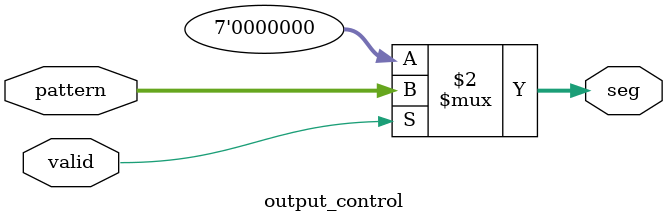
<source format=v>
module bcd_to_7seg(
    input [3:0] bcd,
    output [6:0] seg
);

    // Internal signals
    wire [6:0] seg_pattern;
    wire valid_bcd;
    
    // BCD validation module
    bcd_validator bcd_valid_inst(
        .bcd(bcd),
        .valid(valid_bcd)
    );
    
    // Pattern decoder module  
    pattern_decoder pattern_dec_inst(
        .bcd(bcd),
        .pattern(seg_pattern)
    );
    
    // Output control module
    output_control output_ctrl_inst(
        .pattern(seg_pattern),
        .valid(valid_bcd),
        .seg(seg)
    );

endmodule

// BCD validation module
module bcd_validator(
    input [3:0] bcd,
    output reg valid
);
    // BCD range validation logic
    always @(*) begin
        valid = (bcd <= 4'd9);
    end
endmodule

// Pattern decoder module
module pattern_decoder(
    input [3:0] bcd,
    output reg [6:0] pattern
);
    // Segment A control
    always @(*) begin
        case(bcd)
            4'd0, 4'd2, 4'd3, 4'd5, 4'd6, 4'd7, 4'd8, 4'd9: pattern[6] = 1'b0;
            4'd1, 4'd4: pattern[6] = 1'b1;
            default: pattern[6] = 1'b0;
        endcase
    end

    // Segment B control
    always @(*) begin
        case(bcd)
            4'd0, 4'd1, 4'd2, 4'd3, 4'd4, 4'd7, 4'd8, 4'd9: pattern[5] = 1'b0;
            4'd5, 4'd6: pattern[5] = 1'b1;
            default: pattern[5] = 1'b0;
        endcase
    end

    // Segment C control
    always @(*) begin
        case(bcd)
            4'd0, 4'd1, 4'd3, 4'd4, 4'd5, 4'd6, 4'd7, 4'd8, 4'd9: pattern[4] = 1'b0;
            4'd2: pattern[4] = 1'b1;
            default: pattern[4] = 1'b0;
        endcase
    end

    // Segment D control
    always @(*) begin
        case(bcd)
            4'd0, 4'd2, 4'd3, 4'd5, 4'd6, 4'd8, 4'd9: pattern[3] = 1'b0;
            4'd1, 4'd4, 4'd7: pattern[3] = 1'b1;
            default: pattern[3] = 1'b0;
        endcase
    end

    // Segment E control
    always @(*) begin
        case(bcd)
            4'd0, 4'd2, 4'd6, 4'd8: pattern[2] = 1'b0;
            4'd1, 4'd3, 4'd4, 4'd5, 4'd7, 4'd9: pattern[2] = 1'b1;
            default: pattern[2] = 1'b0;
        endcase
    end

    // Segment F control
    always @(*) begin
        case(bcd)
            4'd0, 4'd4, 4'd5, 4'd6, 4'd8, 4'd9: pattern[1] = 1'b0;
            4'd1, 4'd2, 4'd3, 4'd7: pattern[1] = 1'b1;
            default: pattern[1] = 1'b0;
        endcase
    end

    // Segment G control
    always @(*) begin
        case(bcd)
            4'd0, 4'd1, 4'd7: pattern[0] = 1'b0;
            4'd2, 4'd3, 4'd4, 4'd5, 4'd6, 4'd8, 4'd9: pattern[0] = 1'b1;
            default: pattern[0] = 1'b0;
        endcase
    end
endmodule

// Output control module
module output_control(
    input [6:0] pattern,
    input valid,
    output reg [6:0] seg
);
    // Output enable control
    always @(*) begin
        seg = valid ? pattern : 7'b0000000;
    end
endmodule
</source>
